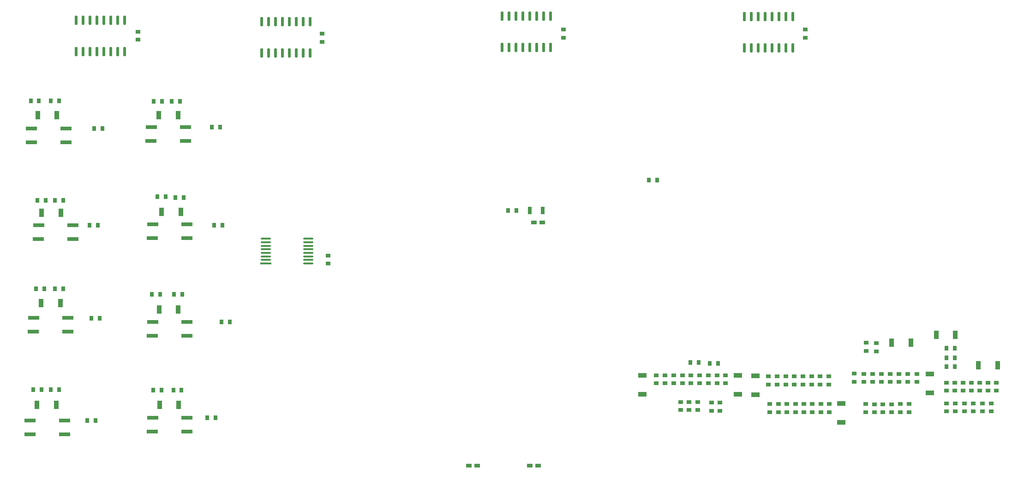
<source format=gbp>
G04*
G04 #@! TF.GenerationSoftware,Altium Limited,Altium Designer,23.10.1 (27)*
G04*
G04 Layer_Color=128*
%FSLAX25Y25*%
%MOIN*%
G70*
G04*
G04 #@! TF.SameCoordinates,EE2D7E3A-8854-4FD1-8856-1E75453D7B45*
G04*
G04*
G04 #@! TF.FilePolarity,Positive*
G04*
G01*
G75*
%ADD28R,0.02756X0.03347*%
%ADD30R,0.03347X0.02756*%
%ADD31R,0.04000X0.03000*%
%ADD136R,0.05906X0.03543*%
%ADD137R,0.03543X0.05906*%
%ADD138R,0.08000X0.03000*%
%ADD139O,0.02205X0.06870*%
%ADD140R,0.02559X0.05315*%
%ADD141O,0.07874X0.01260*%
%ADD142R,0.07874X0.01260*%
D28*
X741094Y91500D02*
D03*
X747000D02*
D03*
Y98000D02*
D03*
X741094D02*
D03*
X532000Y226500D02*
D03*
X526094D02*
D03*
X424500Y204500D02*
D03*
X430406D02*
D03*
X122095Y194000D02*
D03*
X128000D02*
D03*
X168095Y74500D02*
D03*
X174000D02*
D03*
X182595D02*
D03*
X188500D02*
D03*
X207000Y54500D02*
D03*
X212906D02*
D03*
X84500Y212000D02*
D03*
X90405D02*
D03*
X120500Y52500D02*
D03*
X126406D02*
D03*
X97000Y212000D02*
D03*
X102905D02*
D03*
X212094Y194000D02*
D03*
X218000D02*
D03*
X81500Y75000D02*
D03*
X87406D02*
D03*
X94000D02*
D03*
X99906D02*
D03*
X184000Y214000D02*
D03*
X189906D02*
D03*
X123500Y126500D02*
D03*
X129405D02*
D03*
X171000Y214500D02*
D03*
X176906D02*
D03*
X125500Y264000D02*
D03*
X131405D02*
D03*
X79594Y284000D02*
D03*
X85500D02*
D03*
X217500Y124000D02*
D03*
X223406D02*
D03*
X83500Y148000D02*
D03*
X89406D02*
D03*
X97000D02*
D03*
X102905D02*
D03*
X94000Y284000D02*
D03*
X99906D02*
D03*
X183095Y144000D02*
D03*
X189000D02*
D03*
X167095D02*
D03*
X173000D02*
D03*
X210500Y265000D02*
D03*
X216406D02*
D03*
X168500Y283500D02*
D03*
X174406D02*
D03*
X181500D02*
D03*
X187406D02*
D03*
X741094Y105000D02*
D03*
X747000D02*
D03*
X561905Y94500D02*
D03*
X556000D02*
D03*
X570094Y94000D02*
D03*
X576000D02*
D03*
D30*
X294500Y172000D02*
D03*
Y166095D02*
D03*
X741000Y80000D02*
D03*
Y74094D02*
D03*
X747000Y74094D02*
D03*
Y80000D02*
D03*
X753000Y80000D02*
D03*
Y74094D02*
D03*
X759000Y74094D02*
D03*
Y80000D02*
D03*
X765000Y74094D02*
D03*
Y80000D02*
D03*
X771000Y80000D02*
D03*
Y74094D02*
D03*
X777000Y74094D02*
D03*
Y80000D02*
D03*
X719571Y80500D02*
D03*
Y86405D02*
D03*
X713214Y86405D02*
D03*
Y80500D02*
D03*
X706857Y86405D02*
D03*
Y80500D02*
D03*
X700500Y80500D02*
D03*
Y86405D02*
D03*
X694143Y80500D02*
D03*
Y86405D02*
D03*
X687786Y80500D02*
D03*
Y86405D02*
D03*
X681429D02*
D03*
Y80500D02*
D03*
X674500Y80594D02*
D03*
Y86500D02*
D03*
X690500Y108500D02*
D03*
Y102594D02*
D03*
X683000Y103000D02*
D03*
Y108905D02*
D03*
X612500Y78594D02*
D03*
Y84500D02*
D03*
X618714Y84500D02*
D03*
Y78594D02*
D03*
X624929Y78594D02*
D03*
Y84500D02*
D03*
X631143Y84500D02*
D03*
Y78594D02*
D03*
X637357Y78594D02*
D03*
Y84500D02*
D03*
X643571Y84500D02*
D03*
Y78594D02*
D03*
X649786Y78594D02*
D03*
Y84500D02*
D03*
X656000Y78594D02*
D03*
Y84500D02*
D03*
X531500Y79500D02*
D03*
Y85405D02*
D03*
X537750Y85405D02*
D03*
Y79500D02*
D03*
X544000Y79500D02*
D03*
Y85405D02*
D03*
X556500Y79500D02*
D03*
Y85405D02*
D03*
X550250Y85405D02*
D03*
Y79500D02*
D03*
X562750Y85405D02*
D03*
Y79500D02*
D03*
X569000Y79500D02*
D03*
Y85405D02*
D03*
X575250Y85405D02*
D03*
Y79500D02*
D03*
X581500Y79500D02*
D03*
Y85405D02*
D03*
X549000Y66000D02*
D03*
Y60094D02*
D03*
X555000D02*
D03*
Y66000D02*
D03*
X561500Y60094D02*
D03*
Y66000D02*
D03*
X571500Y65500D02*
D03*
Y59595D02*
D03*
X577500D02*
D03*
Y65500D02*
D03*
X613500Y58595D02*
D03*
Y64500D02*
D03*
X619643Y58595D02*
D03*
Y64500D02*
D03*
X625786Y58595D02*
D03*
Y64500D02*
D03*
X631929Y64500D02*
D03*
Y58595D02*
D03*
X638071Y64500D02*
D03*
Y58595D02*
D03*
X644214Y58595D02*
D03*
Y64500D02*
D03*
X650357Y64500D02*
D03*
Y58595D02*
D03*
X656500Y58595D02*
D03*
Y64500D02*
D03*
X682572Y58595D02*
D03*
Y64500D02*
D03*
X689072Y58500D02*
D03*
Y64406D02*
D03*
X695072Y58500D02*
D03*
Y64406D02*
D03*
X701500D02*
D03*
Y58500D02*
D03*
X707572Y64500D02*
D03*
Y58595D02*
D03*
X714072D02*
D03*
Y64500D02*
D03*
X747500Y59095D02*
D03*
Y65000D02*
D03*
X754000Y65000D02*
D03*
Y59095D02*
D03*
X760500Y59095D02*
D03*
Y65000D02*
D03*
X767000Y65000D02*
D03*
Y59095D02*
D03*
X773500Y59095D02*
D03*
Y65000D02*
D03*
X157000Y328095D02*
D03*
Y334000D02*
D03*
X290000Y326594D02*
D03*
Y332500D02*
D03*
X464500Y329594D02*
D03*
Y335500D02*
D03*
X639000Y329594D02*
D03*
Y335500D02*
D03*
X741000Y59095D02*
D03*
Y65000D02*
D03*
D31*
X449000Y196000D02*
D03*
X442902D02*
D03*
X446098Y20000D02*
D03*
X439902D02*
D03*
X402098D02*
D03*
X395902D02*
D03*
D136*
X729072Y72610D02*
D03*
Y86390D02*
D03*
X521500Y71610D02*
D03*
Y85390D02*
D03*
X603000Y84890D02*
D03*
Y71110D02*
D03*
X665000Y64890D02*
D03*
Y51110D02*
D03*
X590500Y85390D02*
D03*
Y71610D02*
D03*
D137*
X733720Y114500D02*
D03*
X747500D02*
D03*
X764110Y92500D02*
D03*
X777890D02*
D03*
X701500Y109000D02*
D03*
X715279D02*
D03*
X186390Y64000D02*
D03*
X172610D02*
D03*
X97890D02*
D03*
X84110D02*
D03*
X186000Y133000D02*
D03*
X172221D02*
D03*
X100890Y137500D02*
D03*
X87110D02*
D03*
X187890Y203500D02*
D03*
X174110D02*
D03*
X101279Y203000D02*
D03*
X87500D02*
D03*
X185890Y273500D02*
D03*
X172110D02*
D03*
X98390D02*
D03*
X84610D02*
D03*
D138*
X167500Y44500D02*
D03*
X167600Y54500D02*
D03*
X192500Y44500D02*
D03*
Y54500D02*
D03*
X79000Y42500D02*
D03*
X79100Y52500D02*
D03*
X104000Y42500D02*
D03*
Y52500D02*
D03*
X167500Y114000D02*
D03*
X167600Y124000D02*
D03*
X192500Y114000D02*
D03*
Y124000D02*
D03*
X81500Y117000D02*
D03*
X81600Y127000D02*
D03*
X106500Y117000D02*
D03*
Y127000D02*
D03*
X167500Y184500D02*
D03*
X167600Y194500D02*
D03*
X192500Y184500D02*
D03*
Y194500D02*
D03*
X85210Y184000D02*
D03*
X85309Y194000D02*
D03*
X110209Y184000D02*
D03*
Y194000D02*
D03*
X166500Y255000D02*
D03*
X166600Y265000D02*
D03*
X191500Y255000D02*
D03*
Y265000D02*
D03*
X80000Y254000D02*
D03*
X80100Y264000D02*
D03*
X105000Y254000D02*
D03*
Y264000D02*
D03*
D139*
X147500Y319691D02*
D03*
X142500D02*
D03*
X137500D02*
D03*
X132500D02*
D03*
X127500D02*
D03*
X122500D02*
D03*
X117500D02*
D03*
X112500D02*
D03*
X147500Y342309D02*
D03*
X142500D02*
D03*
X137500D02*
D03*
X132500D02*
D03*
X127500D02*
D03*
X122500D02*
D03*
X117500D02*
D03*
X112500D02*
D03*
X281500Y318691D02*
D03*
X276500D02*
D03*
X271500D02*
D03*
X266500D02*
D03*
X261500D02*
D03*
X256500D02*
D03*
X251500D02*
D03*
X246500D02*
D03*
X281500Y341309D02*
D03*
X276500D02*
D03*
X271500D02*
D03*
X266500D02*
D03*
X261500D02*
D03*
X256500D02*
D03*
X251500D02*
D03*
X246500D02*
D03*
X455000Y322691D02*
D03*
X450000D02*
D03*
X445000D02*
D03*
X440000D02*
D03*
X435000D02*
D03*
X430000D02*
D03*
X425000D02*
D03*
X420000D02*
D03*
X455000Y345309D02*
D03*
X450000D02*
D03*
X445000D02*
D03*
X440000D02*
D03*
X435000D02*
D03*
X430000D02*
D03*
X425000D02*
D03*
X420000D02*
D03*
X630000Y322191D02*
D03*
X625000D02*
D03*
X620000D02*
D03*
X615000D02*
D03*
X610000D02*
D03*
X605000D02*
D03*
X600000D02*
D03*
X595000D02*
D03*
X630000Y344809D02*
D03*
X625000D02*
D03*
X620000D02*
D03*
X615000D02*
D03*
X610000D02*
D03*
X605000D02*
D03*
X600000D02*
D03*
X595000D02*
D03*
D140*
X449449Y204500D02*
D03*
X440000D02*
D03*
D141*
X280009Y184113D02*
D03*
Y178995D02*
D03*
Y176436D02*
D03*
Y168759D02*
D03*
X249300Y181554D02*
D03*
Y178995D02*
D03*
Y176436D02*
D03*
Y173877D02*
D03*
Y171318D02*
D03*
Y168759D02*
D03*
X280009Y171318D02*
D03*
Y166200D02*
D03*
Y181554D02*
D03*
Y173877D02*
D03*
X249300Y184113D02*
D03*
D142*
Y166200D02*
D03*
M02*

</source>
